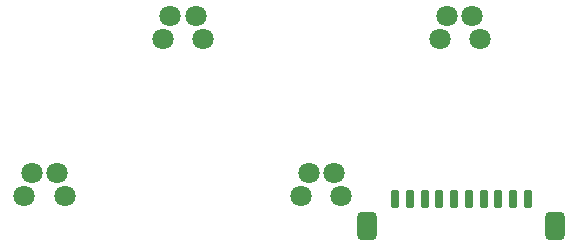
<source format=gbr>
%TF.GenerationSoftware,KiCad,Pcbnew,7.0.9*%
%TF.CreationDate,2024-04-07T02:28:49-04:00*%
%TF.ProjectId,rearbox_peripheral_io_top,72656172-626f-4785-9f70-657269706865,rev?*%
%TF.SameCoordinates,Original*%
%TF.FileFunction,Soldermask,Top*%
%TF.FilePolarity,Negative*%
%FSLAX46Y46*%
G04 Gerber Fmt 4.6, Leading zero omitted, Abs format (unit mm)*
G04 Created by KiCad (PCBNEW 7.0.9) date 2024-04-07 02:28:49*
%MOMM*%
%LPD*%
G01*
G04 APERTURE LIST*
G04 Aperture macros list*
%AMRoundRect*
0 Rectangle with rounded corners*
0 $1 Rounding radius*
0 $2 $3 $4 $5 $6 $7 $8 $9 X,Y pos of 4 corners*
0 Add a 4 corners polygon primitive as box body*
4,1,4,$2,$3,$4,$5,$6,$7,$8,$9,$2,$3,0*
0 Add four circle primitives for the rounded corners*
1,1,$1+$1,$2,$3*
1,1,$1+$1,$4,$5*
1,1,$1+$1,$6,$7*
1,1,$1+$1,$8,$9*
0 Add four rect primitives between the rounded corners*
20,1,$1+$1,$2,$3,$4,$5,0*
20,1,$1+$1,$4,$5,$6,$7,0*
20,1,$1+$1,$6,$7,$8,$9,0*
20,1,$1+$1,$8,$9,$2,$3,0*%
G04 Aperture macros list end*
%ADD10RoundRect,0.425000X0.425000X0.775000X-0.425000X0.775000X-0.425000X-0.775000X0.425000X-0.775000X0*%
%ADD11RoundRect,0.150000X0.150000X0.650000X-0.150000X0.650000X-0.150000X-0.650000X0.150000X-0.650000X0*%
%ADD12C,1.800000*%
G04 APERTURE END LIST*
D10*
%TO.C,J6*%
X128221000Y-71973000D03*
X112371000Y-71973000D03*
D11*
X114721000Y-69723000D03*
X115971000Y-69723000D03*
X117221000Y-69723000D03*
X118471000Y-69723000D03*
X119721000Y-69723000D03*
X120971000Y-69723000D03*
X122221000Y-69723000D03*
X123471000Y-69723000D03*
X124721000Y-69723000D03*
X125971000Y-69723000D03*
%TD*%
D12*
%TO.C,J3*%
X121896022Y-56139429D03*
X121270928Y-54189430D03*
X118495978Y-56139429D03*
X119121001Y-54189430D03*
%TD*%
%TO.C,J2*%
X98456022Y-56139428D03*
X97830928Y-54189429D03*
X95055978Y-56139428D03*
X95681001Y-54189429D03*
%TD*%
%TO.C,J4*%
X86736022Y-69469858D03*
X86110928Y-67519859D03*
X83335978Y-69469858D03*
X83961001Y-67519859D03*
%TD*%
%TO.C,J5*%
X110176022Y-69469859D03*
X109550928Y-67519860D03*
X106775978Y-69469859D03*
X107401001Y-67519860D03*
%TD*%
M02*

</source>
